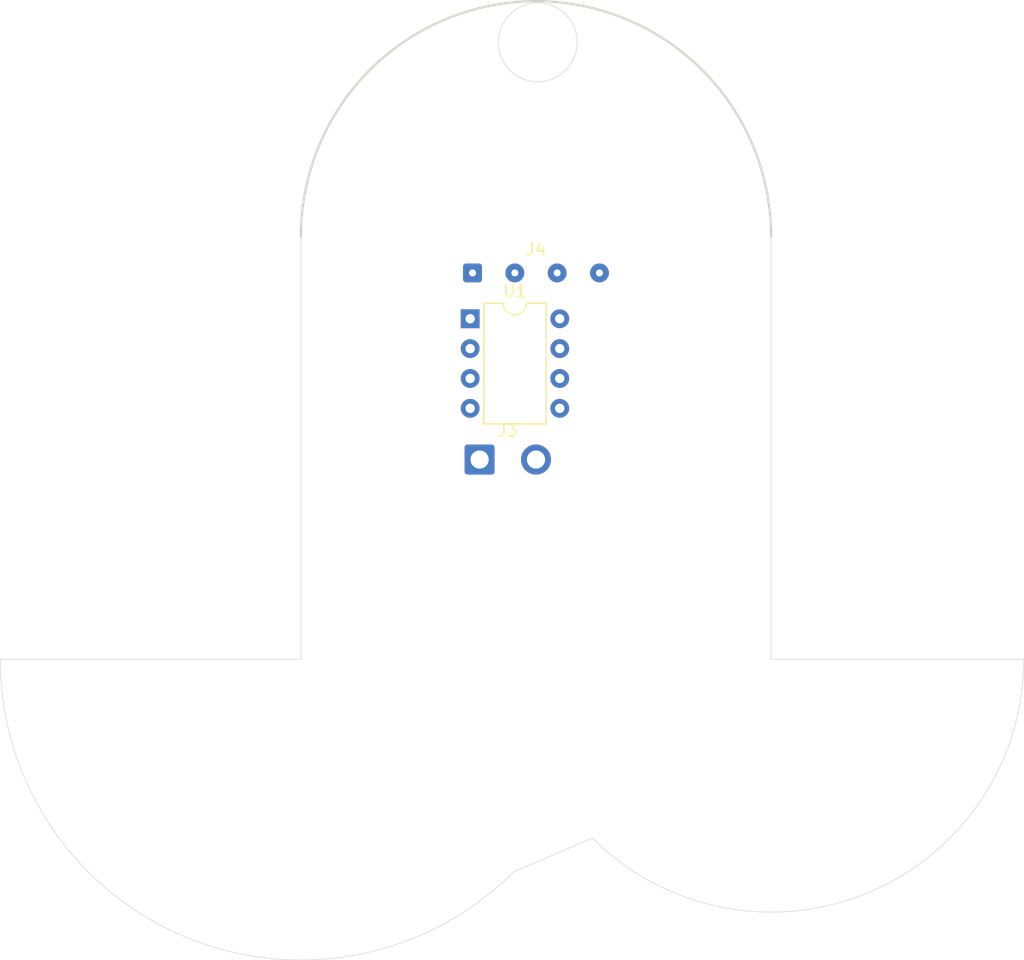
<source format=kicad_pcb>
(kicad_pcb (version 20240108) (generator "pcbnew") (generator_version "8.0")
  (layers (0 "F.Cu" signal) (31 "B.Cu" signal) (34 "B.Paste" user) (35 "F.Paste" user) (36 "B.SilkS" user "B.Silkscreen") (37 "F.SilkS" user "F.Silkscreen") (38 "B.Mask" user) (39 "F.Mask" user) (44 "Edge.Cuts" user))
  (net 0 "")
  (net 1 "+5v")
  (net 2 "GND")
  (net 3 "Low")
  (net 4 "High")
  (net 5 "Net-(U1-DIS)")
  (net 6 "555 output")
  (net 7 "555 input")
  (net 8 "Net-(U1-CV)")
  (footprint "Connector_Wire:SolderWire-0.75sqmm_1x02_P4.8mm_D1.25mm_OD2.3mm" (layer "F.Cu") (at 116.2 82.5)
    (property "Reference" "J3" (at 2.4 -2.47 0) (layer "F.SilkS"))
    (property "Value" "Conn_01x02")
    (pad "1" thru_hole roundrect (at 0 0) (size 2.55 2.55) (drill 1.55) (layers "*.Cu" "*.Mask") (roundrect_rratio 0.098039) (net 1 "+5v"))
    (pad "2" thru_hole circle (at 4.8 0) (size 2.55 2.55) (drill 1.55) (layers "*.Cu" "*.Mask") (net 2 "GND"))
  )
  (footprint "Connector_Wire:SolderWire-0.1sqmm_1x04_P3.6mm_D0.4mm_OD1mm" (layer "F.Cu") (at 115.6 66.62)
    (property "Reference" "J4" (at 5.4 -2 0) (layer "F.SilkS"))
    (property "Value" "CAN to outer connector")
    (pad "1" thru_hole roundrect (at 0 0) (size 1.6 1.6) (drill 0.6) (layers "*.Cu" "*.Mask") (roundrect_rratio 0.15625) (net 3 "Low"))
    (pad "2" thru_hole circle (at 3.6 0) (size 1.6 1.6) (drill 0.6) (layers "*.Cu" "*.Mask") (net 4 "High"))
    (pad "3" thru_hole circle (at 7.2 0) (size 1.6 1.6) (drill 0.6) (layers "*.Cu" "*.Mask") (net 3 "Low"))
    (pad "4" thru_hole circle (at 10.8 0) (size 1.6 1.6) (drill 0.6) (layers "*.Cu" "*.Mask") (net 4 "High"))
  )
  (footprint "Package_DIP:DIP-8_W7.62mm" (layer "F.Cu") (at 115.4 70.52)
    (property "Reference" "U1" (at 3.81 -2.33 0) (layer "F.SilkS"))
    (property "Value" "NE555P")
    (fp_line (start 1.16 -1.33) (end 1.16 8.95) (stroke (width 0.12)) (layer "F.SilkS"))
    (fp_line (start 1.16 8.95) (end 6.46 8.95) (stroke (width 0.12)) (layer "F.SilkS"))
    (fp_line (start 2.81 -1.33) (end 1.16 -1.33) (stroke (width 0.12)) (layer "F.SilkS"))
    (fp_line (start 6.46 -1.33) (end 4.81 -1.33) (stroke (width 0.12)) (layer "F.SilkS"))
    (fp_line (start 6.46 8.95) (end 6.46 -1.33) (stroke (width 0.12)) (layer "F.SilkS"))
    (fp_arc (start 4.81 -1.33) (mid 3.81 -0.33) (end 2.81 -1.33) (stroke (width 0.12)) (layer "F.SilkS"))
    (pad "1" thru_hole rect (at 0 0) (size 1.6 1.6) (drill 0.8) (layers "*.Cu" "*.Mask") (net 2 "GND"))
    (pad "2" thru_hole oval (at 0 2.54) (size 1.6 1.6) (drill 0.8) (layers "*.Cu" "*.Mask") (net 7 "555 input"))
    (pad "3" thru_hole oval (at 0 5.08) (size 1.6 1.6) (drill 0.8) (layers "*.Cu" "*.Mask") (net 6 "555 output"))
    (pad "4" thru_hole oval (at 0 7.62) (size 1.6 1.6) (drill 0.8) (layers "*.Cu" "*.Mask") (net 1 "+5v"))
    (pad "5" thru_hole oval (at 7.62 7.62) (size 1.6 1.6) (drill 0.8) (layers "*.Cu" "*.Mask") (net 8 "Net-(U1-CV)"))
    (pad "6" thru_hole oval (at 7.62 5.08) (size 1.6 1.6) (drill 0.8) (layers "*.Cu" "*.Mask") (net 5 "Net-(U1-DIS)"))
    (pad "7" thru_hole oval (at 7.62 2.54) (size 1.6 1.6) (drill 0.8) (layers "*.Cu" "*.Mask") (net 5 "Net-(U1-DIS)"))
    (pad "8" thru_hole oval (at 7.62 0) (size 1.6 1.6) (drill 0.8) (layers "*.Cu" "*.Mask") (net 1 "+5v"))
  )
  (gr_line (start 119.086597 117.586597) (end 125.797204 114.702796) (stroke (width 0.05)) (layer "Edge.Cuts"))
  (gr_arc (start 119.086597 117.586597) (mid 91.211604 123.131278) (end 75.421689 99.5) (stroke (width 0.05)) (layer "Edge.Cuts"))
  (gr_line (start 141 63.5) (end 141 99.5) (stroke (width 0.05)) (layer "Edge.Cuts"))
  (gr_arc (start 162.5 99.5) (mid 149.227694 119.36341) (end 125.797204 114.702796) (stroke (width 0.05)) (layer "Edge.Cuts"))
  (gr_line (start 101 63.5) (end 101 99.5) (stroke (width 0.05)) (layer "Edge.Cuts"))
  (gr_line (start 101 99.5) (end 75.421689 99.5) (stroke (width 0.05)) (layer "Edge.Cuts"))
  (gr_circle (center 121.145899 47) (end 124.145899 48.5) (stroke (width 0.05)) (fill none) (layer "Edge.Cuts"))
  (gr_arc (start 101 63.5) (mid 121 43.5) (end 141 63.5) (stroke (width 0.2)) (layer "Edge.Cuts"))
  (gr_line (start 162.5 99.5) (end 141 99.5) (stroke (width 0.05)) (layer "Edge.Cuts"))
)
</source>
